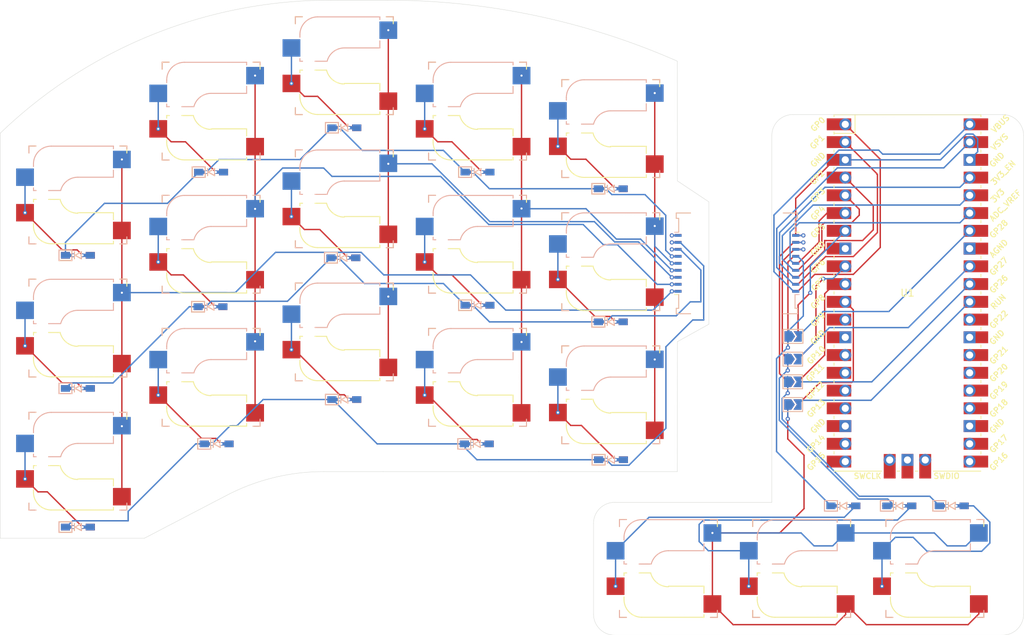
<source format=kicad_pcb>
(kicad_pcb (version 20241229) (generator "pcbnew") (generator_version "9.0")
  (title_block (title "Modulus"))
  (layers (0 "F.Cu" signal) (2 "B.Cu" signal) (13 "F.Paste" user) (15 "B.Paste" user) (5 "F.SilkS" user "F.Silkscreen") (7 "B.SilkS" user "B.Silkscreen") (1 "F.Mask" user) (3 "B.Mask" user) (25 "Edge.Cuts" user))
  (net 0 "")
  (net 1 "Net-(D1-A)")
  (net 2 "Row 1")
  (net 3 "Row 2")
  (net 4 "Net-(D2-A)")
  (net 5 "Row 3")
  (net 6 "Net-(D3-A)")
  (net 7 "Net-(D4-A)")
  (net 8 "Net-(D5-A)")
  (net 9 "Net-(D6-A)")
  (net 10 "Net-(D7-A)")
  (net 11 "Net-(D8-A)")
  (net 12 "Net-(D9-A)")
  (net 13 "Net-(D10-A)")
  (net 14 "Net-(D11-A)")
  (net 15 "Net-(D12-A)")
  (net 16 "Net-(D13-A)")
  (net 17 "Net-(D14-A)")
  (net 18 "Net-(D15-A)")
  (net 19 "Column 5")
  (net 20 "Column 3")
  (net 21 "Column 4")
  (net 22 "GND")
  (net 23 "Column 1")
  (net 24 "Column 2")
  (net 25 "Flip Main-Cluster Row 1")
  (net 26 "Net-(D16-A)")
  (net 27 "Flip Main-Cluster Row 2")
  (net 28 "Net-(D17-A)")
  (net 29 "Flip Main-Cluster Row 3")
  (net 30 "Net-(D18-A)")
  (net 31 "Main Column 5")
  (net 32 "Main Column 4")
  (net 33 "Main Column 3")
  (net 34 "Main Column 2")
  (net 35 "Main Column 1")
  (net 36 "Net-(JP7-A)")
  (net 37 "Main Row 1")
  (net 47 "Main Column 6")
  (net 48 "Main Row 3")
  (net 49 "Main Row 2")
  (net 50 "Net-(J1-Pin_9)")
  (net 65 "Flip Main Row 1")
  (net 66 "Flip Main Row 2")
  (net 67 "Flip Main Row 3")
  (net 68 "Flip Main Column 5")
  (net 69 "Flip Main Column 3")
  (net 70 "Flip Main Column 2")
  (net 71 "Flip Main Column 4")
  (net 72 "Flip Main Column 1")
  (net 73 "Flip Main Column 6")
  (footprint "Reversible2:D3_SMD" (layer "F.Cu") (at 106.3625 52.3875)
    (property "Reference" "D3" (hide yes))
    (property "Value" "D" (hide yes))
  )
  (footprint "Reversible:Kailh_socket_MX_reversible" (layer "F.Cu") (at 68.2625 62.00625)
    (property "Reference" "SW1" (hide yes))
    (property "Value" "SW_Push" (hide yes))
  )
  (footprint "Reversible:Kailh_socket_MX_reversible" (layer "F.Cu") (at 87.3125 50.00625)
    (property "Reference" "SW2" (hide yes))
    (property "Value" "SW_Push" (hide yes))
  )
  (footprint "Reversible2:D3_SMD" (layer "F.Cu") (at 144.4625 80.16875)
    (property "Reference" "D10" (hide yes))
    (property "Value" "D" (hide yes))
  )
  (footprint "Jumper:SolderJumper-2_P1.3mm_Open_TrianglePad1.0x1.5mm" (layer "F.Cu") (at 170.5 88.75)
    (property "Reference" "JP1" (hide yes))
    (property "Value" "SolderJumper_2_Open" (hide yes))
  )
  (footprint "Reversible2:D3_SMD" (layer "F.Cu") (at 88.10625 97.63125)
    (property "Reference" "D12" (hide yes))
    (property "Value" "D" (hide yes))
  )
  (footprint "Connector_FFC-FPC:Molex_200528-0090_1x09-1MP_P1.00mm_Horizontal" (layer "F.Cu") (at 170 71.8 -90)
    (property "Reference" "J4" (hide yes))
    (property "Value" "Conn_01x09" (hide yes))
  )
  (footprint "Reversible2:D3_SMD" (layer "F.Cu") (at 144.4625 61.11875)
    (property "Reference" "D5" (hide yes))
    (property "Value" "D" (hide yes))
  )
  (footprint "Reversible:Kailh_socket_MX_reversible" (layer "F.Cu") (at 125.4125 50.00625)
    (property "Reference" "SW4" (hide yes))
    (property "Value" "SW_Push" (hide yes))
  )
  (footprint "Reversible2:D3_SMD" (layer "F.Cu") (at 185.725 106.5)
    (property "Reference" "D17" (hide yes))
    (property "Value" "D" (hide yes))
  )
  (footprint "Reversible2:D3_SMD" (layer "F.Cu") (at 87.3125 58.7375)
    (property "Reference" "D2" (hide yes))
    (property "Value" "D" (hide yes))
  )
  (footprint "Reversible2:D3_SMD" (layer "F.Cu") (at 68.2625 70.64375)
    (property "Reference" "D1" (hide yes))
    (property "Value" "D" (hide yes))
  )
  (footprint "Reversible:Kailh_socket_MX_reversible" (layer "F.Cu") (at 171.76 115.46)
    (property "Reference" "SW17" (hide yes))
    (property "Value" "SW_Push" (hide yes))
  )
  (footprint "Jumper:SolderJumper-2_P1.3mm_Open_TrianglePad1.0x1.5mm" (layer "F.Cu") (at 170.5 92)
    (property "Reference" "JP8" (hide yes))
    (property "Value" "SolderJumper_2_Open" (hide yes))
  )
  (footprint "Jumper:SolderJumper-2_P1.3mm_Open_TrianglePad1.0x1.5mm" (layer "F.Cu") (at 170.525 82.25)
    (property "Reference" "JP6" (hide yes))
    (property "Value" "SolderJumper_2_Open" (hide yes))
  )
  (footprint "Reversible:Kailh_socket_MX_reversible" (layer "F.Cu") (at 87.3125 69.05625)
    (property "Reference" "SW7" (hide yes))
    (property "Value" "SW_Push" (hide yes))
  )
  (footprint "Reversible2:D3_SMD" (layer "F.Cu") (at 87.225 78)
    (property "Reference" "D7" (hide yes))
    (property "Value" "D" (hide yes))
  )
  (footprint "Reversible:Kailh_socket_MX_reversible" (layer "F.Cu") (at 125.4125 88.10625)
    (property "Reference" "SW14" (hide yes))
    (property "Value" "SW_Push" (hide yes))
  )
  (footprint "Reversible:Kailh_socket_MX_reversible" (layer "F.Cu") (at 87.3125 88.10625)
    (property "Reference" "SW12" (hide yes))
    (property "Value" "SW_Push" (hide yes))
  )
  (footprint "Reversible:Kailh_socket_MX_reversible" (layer "F.Cu") (at 125.4125 69.05625)
    (property "Reference" "SW9" (hide yes))
    (property "Value" "SW_Push" (hide yes))
  )
  (footprint "MountingHole:MountingHole_2.2mm_M2" (layer "F.Cu") (at 74 45)
    (property "Reference" "REF**" (hide yes))
    (property "Value" "MountingHole_2.2mm_M2" (hide yes))
  )
  (footprint "Reversible:Kailh_socket_MX_reversible" (layer "F.Cu") (at 144.4625 52.50625)
    (property "Reference" "SW5" (hide yes))
    (property "Value" "SW_Push" (hide yes))
  )
  (footprint "Reversible2:D3_SMD" (layer "F.Cu") (at 68.2625 89.69375)
    (property "Reference" "D6" (hide yes))
    (property "Value" "D" (hide yes))
  )
  (footprint "Reversible:Kailh_socket_MX_reversible" (layer "F.Cu") (at 68.2625 100.10625)
    (property "Reference" "SW11" (hide yes))
    (property "Value" "SW_Push" (hide yes))
  )
  (footprint "Reversible:Kailh_socket_MX_reversible" (layer "F.Cu") (at 152.71 115.46)
    (property "Reference" "SW16" (hide yes))
    (property "Value" "SW_Push" (hide yes))
  )
  (footprint "Reversible:Kailh_socket_MX_reversible" (layer "F.Cu") (at 190.81 115.46)
    (property "Reference" "SW18" (hide yes))
    (property "Value" "SW_Push" (hide yes))
  )
  (footprint "Reversible:Kailh_socket_MX_reversible" (layer "F.Cu") (at 106.3625 62.55625)
    (property "Reference" "SW8" (hide yes))
    (property "Value" "SW_Push" (hide yes))
  )
  (footprint "MountingHole:MountingHole_2.2mm_M2" (layer "F.Cu") (at 80 106.5)
    (property "Reference" "REF**" (hide yes))
    (property "Value" "MountingHole_2.2mm_M2" (hide yes))
  )
  (footprint "Reversible2:D3_SMD" (layer "F.Cu") (at 106.3625 91.28125)
    (property "Reference" "D13" (hide yes))
    (property "Value" "D" (hide yes))
  )
  (footprint "Reversible2:D3_SMD" (layer "F.Cu") (at 125.4125 77.7875)
    (property "Reference" "D9" (hide yes))
    (property "Value" "D" (hide yes))
  )
  (footprint "Reversible:Kailh_socket_MX_reversible" (layer "F.Cu") (at 68.2625 81.05625)
    (property "Reference" "SW6" (hide yes))
    (property "Value" "SW_Push" (hide yes))
  )
  (footprint "Reversible2:D3_SMD" (layer "F.Cu") (at 68.2625 109.5375)
    (property "Reference" "D11" (hide yes))
    (property "Value" "D" (hide yes))
  )
  (footprint "Reversible2:D3_SMD" (layer "F.Cu") (at 177.725 106.5)
    (property "Reference" "D16" (hide yes))
    (property "Value" "D" (hide yes))
  )
  (footprint "MountingHole:MountingHole_2.2mm_M2" (layer "F.Cu") (at 200.5 105)
    (property "Reference" "REF**" (hide yes))
    (property "Value" "MountingHole_2.2mm_M2" (hide yes))
  )
  (footprint "Reversible2:D3_SMD" (layer "F.Cu") (at 106.225 71)
    (property "Reference" "D8" (hide yes))
    (property "Value" "D" (hide yes))
  )
  (footprint "Reversible:Kailh_socket_MX_reversible" (layer "F.Cu") (at 106.3625 81.60625)
    (property "Reference" "SW13" (hide yes))
    (property "Value" "SW_Push" (hide yes))
  )
  (footprint "MountingHole:MountingHole_2.2mm_M2" (layer "F.Cu") (at 137 40.5)
    (property "Reference" "REF**" (hide yes))
    (property "Value" "MountingHole_2.2mm_M2" (hide yes))
  )
  (footprint "Reversible:Kailh_socket_MX_reversible" (layer "F.Cu") (at 144.4625 71.55625)
    (property "Reference" "SW10" (hide yes))
    (property "Value" "SW_Push" (hide yes))
  )
  (footprint "Reversible:Kailh_socket_MX_reversible" (layer "F.Cu") (at 144.4625 90.60625)
    (property "Reference" "SW15" (hide yes))
    (property "Value" "SW_Push" (hide yes))
  )
  (footprint "Reversible2:D3_SMD" (layer "F.Cu") (at 193.225 106.5)
    (property "Reference" "D18" (hide yes))
    (property "Value" "D" (hide yes))
  )
  (footprint "Connector_FFC-FPC:Molex_200528-0090_1x09-1MP_P1.00mm_Horizontal" (layer "F.Cu") (at 155 71.8 90)
    (property "Reference" "J1" (hide yes))
    (property "Value" "Conn_01x09" (hide yes))
  )
  (footprint "RaspberryPiPico:RPi_Pico_SMD_TH" (layer "F.Cu") (at 186.89 76.03)
    (property "Reference" "U1")
    (property "Value" "Pico")
  )
  (footprint "Reversible2:D3_SMD" (layer "F.Cu") (at 125.3 97.63125)
    (property "Reference" "D14" (hide yes))
    (property "Value" "D" (hide yes))
  )
  (footprint "MountingHole:MountingHole_2.2mm_M2" (layer "F.Cu") (at 170.5 53.5)
    (property "Reference" "REF**" (hide yes))
    (property "Value" "MountingHole_2.2mm_M2" (hide yes))
  )
  (footprint "Jumper:SolderJumper-2_P1.3mm_Open_TrianglePad1.0x1.5mm" (layer "F.Cu") (at 170.5 85.5)
    (property "Reference" "JP3" (hide yes))
    (property "Value" "SolderJumper_2_Open" (hide yes))
  )
  (footprint "Reversible:Kailh_socket_MX_reversible" (layer "F.Cu") (at 106.3625 43.50625)
    (property "Reference" "SW3" (hide yes))
    (property "Value" "SW_Push" (hide yes))
  )
  (footprint "Reversible2:D3_SMD" (layer "F.Cu") (at 144.5 99.9)
    (property "Reference" "D15" (hide yes))
    (property "Value" "D" (hide yes))
  )
  (footprint "Reversible2:D3_SMD" (layer "F.Cu") (at 125.4125 58.7375)
    (property "Reference" "D4" (hide yes))
    (property "Value" "D" (hide yes))
  )
  (footprint "Connector_FFC-FPC:Molex_200528-0090_1x09-1MP_P1.00mm_Horizontal" (layer "B.Cu") (at 155 71.8 -90)
    (property "Reference" "J2" (hide yes))
    (property "Value" "Conn_01x09" (hide yes))
  )
  (footprint "Jumper:SolderJumper-2_P1.3mm_Open_TrianglePad1.0x1.5mm" (layer "B.Cu") (at 170.5 85.5)
    (property "Reference" "JP4" (hide yes))
    (property "Value" "SolderJumper_2_Open" (hide yes))
  )
  (footprint "Jumper:SolderJumper-2_P1.3mm_Open_TrianglePad1.0x1.5mm" (layer "B.Cu") (at 170.55 82.25)
    (property "Reference" "JP5" (hide yes))
    (property "Value" "SolderJumper_2_Open" (hide yes))
  )
  (footprint "Connector_FFC-FPC:Molex_200528-0090_1x09-1MP_P1.00mm_Horizontal" (layer "B.Cu") (at 170 71.8 90)
    (property "Reference" "J5" (hide yes))
    (property "Value" "Conn_01x09" (hide yes))
  )
  (footprint "Jumper:SolderJumper-2_P1.3mm_Open_TrianglePad1.0x1.5mm" (layer "B.Cu") (at 170.5 92)
    (property "Reference" "JP7" (hide yes))
    (property "Value" "SolderJumper_2_Open" (hide yes))
  )
  (footprint "Jumper:SolderJumper-2_P1.3mm_Open_TrianglePad1.0x1.5mm" (layer "B.Cu") (at 170.475 88.75)
    (property "Reference" "JP2" (hide yes))
    (property "Value" "SolderJumper_2_Open" (hide yes))
  )
  (gr_arc (start 145 125) (mid 142.87868 124.12132) (end 142 122) (stroke (width 0.05)) (layer "Edge.Cuts"))
  (gr_line (start 167.5 53.5) (end 167.5 106) (stroke (width 0.05)) (layer "Edge.Cuts"))
  (gr_line (start 105.56875 34.13125) (end 112.485654 34.13125) (stroke (width 0.05)) (layer "Edge.Cuts"))
  (gr_line (start 158.5 63) (end 158.5 80.5) (stroke (width 0.05)) (layer "Edge.Cuts"))
  (gr_line (start 134.14375 101.6) (end 111.91875 101.6) (stroke (width 0.05)) (layer "Edge.Cuts"))
  (gr_arc (start 200.5 50.5) (mid 202.62132 51.37868) (end 203.5 53.5) (stroke (width 0.05)) (layer "Edge.Cuts"))
  (gr_line (start 145 125) (end 200.5 125) (stroke (width 0.05)) (layer "Edge.Cuts"))
  (gr_arc (start 203.5 122) (mid 202.62132 124.12132) (end 200.5 125) (stroke (width 0.05)) (layer "Edge.Cuts"))
  (gr_line (start 154 60) (end 153.9875 42.8625) (stroke (width 0.05)) (layer "Edge.Cuts"))
  (gr_arc (start 57.15 53.18125) (mid 78.900757 39.07322) (end 104.35085 34.131086) (stroke (width 0.05)) (layer "Edge.Cuts"))
  (gr_line (start 142 109) (end 142 122) (stroke (width 0.05)) (layer "Edge.Cuts"))
  (gr_line (start 203.5 122) (end 203.5 53.5) (stroke (width 0.05)) (layer "Edge.Cuts"))
  (gr_line (start 200.5 50.5) (end 170.5 50.5) (stroke (width 0.05)) (layer "Edge.Cuts"))
  (gr_arc (start 142 109) (mid 142.87868 106.87868) (end 145 106) (stroke (width 0.05)) (layer "Edge.Cuts"))
  (gr_line (start 111.91875 101.6) (end 103.399359 101.6) (stroke (width 0.05)) (layer "Edge.Cuts"))
  (gr_line (start 154 83) (end 153.9875 101.6) (stroke (width 0.05)) (layer "Edge.Cuts"))
  (gr_line (start 105.56875 34.13125) (end 104.35085 34.13125) (stroke (width 0.05)) (layer "Edge.Cuts"))
  (gr_line (start 89.522379 105.002455) (end 77.7875 111.125) (stroke (width 0.05)) (layer "Edge.Cuts"))
  (gr_line (start 154 60) (end 158.5 63) (stroke (width 0.05)) (layer "Edge.Cuts"))
  (gr_line (start 167.5 106) (end 145 106) (stroke (width 0.05)) (layer "Edge.Cuts"))
  (gr_arc (start 112.485654 34.131248) (mid 133.69083 36.337694) (end 153.9875 42.8625) (stroke (width 0.05)) (layer "Edge.Cuts"))
  (gr_line (start 77.7875 111.125) (end 57.15 111.125) (stroke (width 0.05)) (layer "Edge.Cuts"))
  (gr_line (start 57.15 111.125) (end 57.15 53.18125) (stroke (width 0.05)) (layer "Edge.Cuts"))
  (gr_arc (start 167.5 53.5) (mid 168.37868 51.37868) (end 170.5 50.5) (stroke (width 0.05)) (layer "Edge.Cuts"))
  (gr_arc (start 89.522388 105.002471) (mid 96.255357 102.463036) (end 103.399359 101.6) (stroke (width 0.05)) (layer "Edge.Cuts"))
  (gr_line (start 153.9875 101.6) (end 134.14375 101.6) (stroke (width 0.05)) (layer "Edge.Cuts"))
  (gr_line (start 158.5 80.5) (end 154 83) (stroke (width 0.05)) (layer "Edge.Cuts"))
  (segment (start 60.7025 64.54625) (end 66.02 69.86375) (width 0.2) (layer "F.Cu") (net 1))
  (segment (start 66.02 69.86375) (end 68.1567 69.86375) (width 0.2) (layer "F.Cu") (net 1))
  (segment (start 68.1567 69.86375) (end 68.9371 70.64415) (width 0.2) (layer "F.Cu") (net 1))
  (via (at 60.7025 64.54625) (size 0.6) (drill 0.3) (layers "F.Cu" "B.Cu") (net 1))
  (segment (start 60.7025 59.46625) (end 60.7025 64.54625) (width 0.2) (layer "B.Cu") (net 1))
  (segment (start 154.09 70.8) (end 153.2 70.8) (width 0.2) (layer "F.Cu") (net 2))
  (via (at 153.2 70.8) (size 0.6) (drill 0.3) (layers "F.Cu" "B.Cu") (net 2))
  (segment (start 152.3275 69.9275) (end 152.3275 64.92625) (width 0.2) (layer "B.Cu") (net 2))
  (segment (start 105.6879 52.3875) (end 108.92665 55.62625) (width 0.2) (layer "B.Cu") (net 2))
  (segment (start 81.06785 63.20715) (end 85.5375 58.7375) (width 0.2) (layer "B.Cu") (net 2))
  (segment (start 100.03875 56.93625) (end 104.5875 52.3875) (width 0.2) (layer "B.Cu") (net 2))
  (segment (start 120.52625 55.62625) (end 123.6375 58.7375) (width 0.2) (layer "B.Cu") (net 2))
  (segment (start 124.7379 58.7375) (end 127.11915 61.11875) (width 0.2) (layer "B.Cu") (net 2))
  (segment (start 149.35125 61.95) (end 144.61915 61.95) (width 0.2) (layer "B.Cu") (net 2))
  (segment (start 127.11915 61.11875) (end 142.6875 61.11875) (width 0.2) (layer "B.Cu") (net 2))
  (segment (start 144.61915 61.95) (end 143.7879 61.11875) (width 0.2) (layer "B.Cu") (net 2))
  (segment (start 152.3275 64.92625) (end 149.35125 61.95) (width 0.2) (layer "B.Cu") (net 2))
  (segment (start 72.065305 63.20715) (end 81.06785 63.20715) (width 0.2) (layer "B.Cu") (net 2))
  (segment (start 66.4875 68.784955) (end 72.065305 63.20715) (width 0.2) (layer "B.Cu") (net 2))
  (segment (start 86.6379 58.7375) (end 88.43915 56.93625) (width 0.2) (layer "B.Cu") (net 2))
  (segment (start 88.43915 56.93625) (end 100.03875 56.93625) (width 0.2) (layer "B.Cu") (net 2))
  (segment (start 153.2 70.8) (end 152.3275 69.9275) (width 0.2) (layer "B.Cu") (net 2))
  (segment (start 108.92665 55.62625) (end 120.52625 55.62625) (width 0.2) (layer "B.Cu") (net 2))
  (segment (start 66.4875 70.64375) (end 66.4875 68.784955) (width 0.2) (layer "B.Cu") (net 2))
  (segment (start 153.2 70.8) (end 154.09 70.8) (width 0.2) (layer "B.Cu") (net 2))
  (segment (start 154.09 69.8) (end 153.2 69.8) (width 0.2) (layer "F.Cu") (net 3))
  (via (at 153.2 69.8) (size 0.6) (drill 0.3) (layers "F.Cu" "B.Cu") (net 3))
  (segment (start 143.7879 80.16875) (end 144.65665 79.3) (width 0.2) (layer "B.Cu") (net 3))
  (segment (start 84.19375 78) (end 85.45 78) (width 0.2) (layer "B.Cu") (net 3))
  (segment (start 98.23 77.22) (end 104.45 71) (width 0.2) (layer "B.Cu") (net 3))
  (segment (start 73.28 88.91375) (end 84.19375 78) (width 0.2) (layer "B.Cu") (net 3))
  (segment (start 157.349113 72.759113) (end 154.39 69.8) (width 0.2) (layer "B.Cu") (net 3))
  (segment (start 157.349113 77.3) (end 157.349113 72.759113) (width 0.2) (layer "B.Cu") (net 3))
  (segment (start 67.2675 88.91375) (end 73.28 88.91375) (width 0.2) (layer "B.Cu") (net 3))
  (segment (start 66.4875 89.69375) (end 67.2675 88.91375) (width 0.2) (layer "B.Cu") (net 3))
  (segment (start 144.65665 79.3) (end 153.84 79.3) (width 0.2) (layer "B.Cu") (net 3))
  (segment (start 109.22665 74.67625) (end 120.52625 74.67625) (width 0.2) (layer "B.Cu") (net 3))
  (segment (start 124.7379 77.7875) (end 127.11915 80.16875) (width 0.2) (layer "B.Cu") (net 3))
  (segment (start 87.3304 77.22) (end 98.23 77.22) (width 0.2) (layer "B.Cu") (net 3))
  (segment (start 153.84 79.3) (end 155.84 77.3) (width 0.2) (layer "B.Cu") (net 3))
  (segment (start 120.52625 74.67625) (end 123.6375 77.7875) (width 0.2) (layer "B.Cu") (net 3))
  (segment (start 155.84 77.3) (end 157.349113 77.3) (width 0.2) (layer "B.Cu") (net 3))
  (segment (start 105.5504 71) (end 109.22665 74.67625) (width 0.2) (layer "B.Cu") (net 3))
  (segment (start 86.5504 78) (end 87.3304 77.22) (width 0.2) (layer "B.Cu") (net 3))
  (segment (start 127.11915 80.16875) (end 142.6875 80.16875) (width 0.2) (layer "B.Cu") (net 3))
  (segment (start 154.39 69.8) (end 154.09 69.8) (width 0.2) (layer "B.Cu") (net 3))
  (segment (start 153.2 69.8) (end 154.09 69.8) (width 0.2) (layer "B.Cu") (net 3))
  (segment (start 81.6025 54.39625) (end 83.64545 54.39625) (width 0.2) (layer "F.Cu") (net 4))
  (segment (start 79.7525 52.54625) (end 81.6025 54.39625) (width 0.2) (layer "F.Cu") (net 4))
  (segment (start 83.64545 54.39625) (end 87.9871 58.7379) (width 0.2) (layer "F.Cu") (net 4))
  (via (at 79.7525 52.54625) (size 0.6) (drill 0.3) (layers "F.Cu" "B.Cu") (net 4))
  (segment (start 79.7525 47.46625) (end 79.7525 52.54625) (width 0.2) (layer "B.Cu") (net 4))
  (segment (start 154.09 68.8) (end 153.2 68.8) (width 0.2) (layer "F.Cu") (net 5))
  (via (at 153.2 68.8) (size 0.6) (drill 0.3) (layers "F.Cu" "B.Cu") (net 5))
  (segment (start 75.45 107.292284) (end 85.111034 97.63125) (width 0.2) (layer "B.Cu") (net 5))
  (segment (start 125.31875 99.9) (end 142.85 99.9) (width 0.2) (layer "B.Cu") (net 5))
  (segment (start 154.39 68.8) (end 154.09 68.8) (width 0.2) (layer "B.Cu") (net 5))
  (segment (start 111.0625 97.63125) (end 123.65 97.63125) (width 0.2) (layer "B.Cu") (net 5))
  (segment (start 143.8254 99.9) (end 144.6054 100.68) (width 0.2) (layer "B.Cu") (net 5))
  (segment (start 157.749113 72.159113) (end 154.39 68.8) (width 0.2) (layer "B.Cu") (net 5))
  (segment (start 156.181563 79.9) (end 157.74 79.9) (width 0.2) (layer "B.Cu") (net 5))
  (segment (start 94.757554 91.28125) (end 91.002554 95.03625) (width 0.2) (layer "B.Cu") (net 5))
  (segment (start 67.5125 108.6375) (end 75.45 108.6375) (width 0.2) (layer "B.Cu") (net 5))
  (segment (start 104.7125 91.28125) (end 111.0625 97.63125) (width 0.2) (layer "B.Cu") (net 5))
  (segment (start 152.35 95.4) (end 152.35 83.731563) (width 0.2) (layer "B.Cu") (net 5))
  (segment (start 157.749113 79.890887) (end 157.749113 72.159113) (width 0.2) (layer "B.Cu") (net 5))
  (segment (start 157.74 79.9) (end 157.749113 79.890887) (width 0.2) (layer "B.Cu") (net 5))
  (segment (start 75.45 108.6375) (end 75.45 107.292284) (width 0.2) (layer "B.Cu") (net 5))
  (segment (start 91.002554 95.03625) (end 90.02665 95.03625) (width 0.2) (layer "B.Cu") (net 5))
  (segment (start 66.6125 109.5375) (end 67.5125 108.6375) (width 0.2) (layer "B.Cu") (net 5))
  (segment (start 147.07 100.68) (end 152.35 95.4) (width 0.2) (layer "B.Cu") (net 5))
  (segment (start 153.2 68.8) (end 154.09 68.8) (width 0.2) (layer "B.Cu") (net 5))
  (segment (start 144.6054 100.68) (end 147.07 100.68) (width 0.2) (layer "B.Cu") (net 5))
  (segment (start 123.65 97.63125) (end 123.65 98.23125) (width 0.2) (layer "B.Cu") (net 5))
  (segment (start 123.65 98.23125) (end 125.31875 99.9) (width 0.2) (layer "B.Cu") (net 5))
  (segment (start 152.35 83.731563) (end 156.181563 79.9) (width 0.2) (layer "B.Cu") (net 5))
  (segment (start 90.02665 95.03625) (end 87.43165 97.63125) (width 0.2) (layer "B.Cu") (net 5))
  (segment (start 94.757554 91.28125) (end 104.7125 91.28125) (width 0.2) (layer "B.Cu") (net 5))
  (segment (start 85.111034 97.63125) (end 86.33125 97.63125) (width 0.2) (layer "B.Cu") (net 5))
  (segment (start 100.6525 47.89625) (end 102.54545 47.89625) (width 0.2) (layer "F.Cu") (net 6))
  (segment (start 102.54545 47.89625) (end 107.0371 52.3879) (width 0.2) (layer "F.Cu") (net 6))
  (segment (start 98.8025 46.04625) (end 100.6525 47.89625) (width 0.2) (layer "F.Cu") (net 6))
  (via (at 98.8025 46.04625) (size 0.6) (drill 0.3) (layers "F.Cu" "B.Cu") (net 6))
  (segment (start 98.8025 40.96625) (end 98.8025 46.04625) (width 0.2) (layer "B.Cu") (net 6))
  (segment (start 119.7025 54.39625) (end 121.74545 54.39625) (width 0.2) (layer "F.Cu") (net 7))
  (segment (start 121.74545 54.39625) (end 126.0871 58.7379) (width 0.2) (layer "F.Cu") (net 7))
  (segment (start 117.8525 52.54625) (end 119.7025 54.39625) (width 0.2) (layer "F.Cu") (net 7))
  (via (at 117.8525 52.54625) (size 0.6) (drill 0.3) (layers "F.Cu" "B.Cu") (net 7))
  (segment (start 117.8525 47.46625) (end 117.8525 52.54625) (width 0.2) (layer "B.Cu") (net 7))
  (segment (start 138.7525 56.89625) (end 140.9142 56.89625) (width 0.2) (layer "F.Cu") (net 8))
  (segment (start 140.9142 56.89625) (end 145.1371 61.11915) (width 0.2) (layer "F.Cu") (net 8))
  (segment (start 136.9025 55.04625) (end 138.7525 56.89625) (width 0.2) (layer "F.Cu") (net 8))
  (via (at 136.9025 55.04625) (size 0.6) (drill 0.3) (layers "F.Cu" "B.Cu") (net 8))
  (segment (start 136.9025 49.96625) (end 136.9025 55.04625) (width 0.2) (layer "B.Cu") (net 8))
  (segment (start 66.02 88.91375) (end 68.1567 88.91375) (width 0.2) (layer "F.Cu") (net 9))
  (segment (start 60.7025 83.59625) (end 66.02 88.91375) (width 0.2) (layer "F.Cu") (net 9))
  (segment (start 68.1567 88.91375) (end 68.9371 89.69415) (width 0.2) (layer "F.Cu") (net 9))
  (via (at 60.7025 83.59625) (size 0.6) (drill 0.3) (layers "F.Cu" "B.Cu") (net 9))
  (segment (start 60.7025 78.51625) (end 60.7025 83.59625) (width 0.2) (layer "B.Cu") (net 9))
  (segment (start 79.7525 71.59625) (end 81.6025 73.44625) (width 0.2) (layer "F.Cu") (net 10))
  (segment (start 81.6025 73.44625) (end 83.34545 73.44625) (width 0.2) (layer "F.Cu") (net 10))
  (segment (start 83.34545 73.44625) (end 87.8996 78.0004) (width 0.2) (layer "F.Cu") (net 10))
  (via (at 79.7525 71.59625) (size 0.6) (drill 0.3) (layers "F.Cu" "B.Cu") (net 10))
  (segment (start 79.7525 66.51625) (end 79.7525 71.59625) (width 0.2) (layer "B.Cu") (net 10))
  (segment (start 100.6525 66.94625) (end 102.84545 66.94625) (width 0.2) (layer "F.Cu") (net 11))
  (segment (start 98.8025 65.09625) (end 100.6525 66.94625) (width 0.2) (layer "F.Cu") (net 11))
  (segment (start 102.84545 66.94625) (end 106.8996 71.0004) (width 0.2) (layer "F.Cu") (net 11))
  (via (at 98.8025 65.09625) (size 0.6) (drill 0.3) (layers "F.Cu" "B.Cu") (net 11))
  (segment (start 98.8025 60.01625) (end 98.8025 65.09625) (width 0.2) (layer "B.Cu") (net 11))
  (segment (start 117.8525 71.59625) (end 119.7025 73.44625) (width 0.2) (layer "F.Cu") (net 12))
  (segment (start 119.7025 73.44625) (end 121.74545 73.44625) (width 0.2) (layer "F.Cu") (net 12))
  (segment (start 121.74545 73.44625) (end 126.0871 77.7879) (width 0.2) (layer "F.Cu") (net 12))
  (via (at 117.8525 71.59625) (size 0.6) (drill 0.3) (layers "F.Cu" "B.Cu") (net 12))
  (segment (start 117.8525 66.51625) (end 117.8525 71.59625) (width 0.2) (layer "B.Cu") (net 12))
  (segment (start 142.195 79.38875) (end 144.3567 79.38875) (width 0.2) (layer "F.Cu") (net 13))
  (segment (start 136.9025 74.09625) (end 142.195 79.38875) (width 0.2) (layer "F.Cu") (net 13))
  (segment (start 144.3567 79.38875) (end 145.1371 80.16915) (width 0.2) (layer "F.Cu") (net 13))
  (via (at 136.9025 74.09625) (size 0.6) (drill 0.3) (layers "F.Cu" "B.Cu") (net 13))
  (segment (start 136.9025 69.01625) (end 136.9025 74.09625) (width 0.2) (layer "B.Cu") (net 13))
  (segment (start 60.7025 102.64625) (end 61.444204 102.64625) (width 0.2) (layer "F.Cu") (net 14))
  (segment (start 63.89545 104.49625) (end 68.9371 109.5379) (width 0.2) (layer "F.Cu") (net 14))
  (segment (start 62.5525 104.49625) (end 63.89545 104.49625) (width 0.2) (layer "F.Cu") (net 14))
  (segment (start 60.7025 102.64625) (end 62.5525 104.49625) (width 0.2) (layer "F.Cu") (net 14))
  (via (at 60.7025 102.64625) (size 0.6) (drill 0.3) (layers "F.Cu" "B.Cu") (net 14))
  (segment (start 60.7025 97.56625) (end 60.7025 102.64625) (width 0.2) (layer "B.Cu") (net 14))
  (segment (start 88.00045 96.85125) (end 88.78085 97.63165) (width 0.2) (layer "F.Cu") (net 15))
  (segment (start 79.7525 90.64625) (end 85.9575 96.85125) (width 0.2) (layer "F.Cu") (net 15))
  (segment (start 85.9575 96.85125) (end 88.00045 96.85125) (width 0.2) (layer "F.Cu") (net 15))
  (via (at 79.7525 90.64625) (size 0.6) (drill 0.3) (layers "F.Cu" "B.Cu") (net 15))
  (segment (start 79.7525 85.56625) (end 79.7525 90.64625) (width 0.2) (layer "B.Cu") (net 15))
  (segment (start 106.35545 90.6) (end 107.0371 91.28165) (width 0.2) (layer "F.Cu") (net 16))
  (segment (start 99.233478 84.14625) (end 105.687228 90.6) (width 0.2) (layer "F.Cu") (net 16))
  (segment (start 105.687228 90.6) (end 106.35545 90.6) (width 0.2) (layer "F.Cu") (net 16))
  (segment (start 98.8025 84.14625) (end 99.233478 84.14625) (width 0.2) (layer "F.Cu") (net 16))
  (via (at 98.8025 84.14625) (size 0.6) (drill 0.3) (layers "F.Cu" "B.Cu") (net 16))
  (segment (start 98.8025 79.06625) (end 98.8025 84.14625) (width 0.2) (layer "B.Cu") (net 16))
  (segment (start 124.674728 97) (end 125.34295 97) (width 0.2) (layer "F.Cu") (net 17))
  (segment (start 117.8525 90.64625) (end 118.320978 90.64625) (width 0.2) (layer "F.Cu") (net 17))
  (segment (start 125.34295 97) (end 125.9746 97.63165) (width 0.2) (layer "F.Cu") (net 17))
  (segment (start 118.320978 90.64625) (end 124.674728 97) (width 0.2) (layer "F.Cu") (net 17))
  (via (at 117.8525 90.64625) (size 0.6) (drill 0.3) (layers "F.Cu" "B.Cu") (net 17))
  (segment (start 117.8525 85.56625) (end 117.8525 90.64625) (width 0.2) (layer "B.Cu") (net 17))
  (segment (start 136.9025 93.14625) (end 138.7525 94.99625) (width 0.2) (layer "F.Cu") (net 18))
  (segment (start 140.27045 94.99625) (end 145.1746 99.9004) (width 0.2) (layer "F.Cu") (net 18))
  (segment (start 138.7525 94.99625) (end 140.27045 94.99625) (width 0.2) (layer "F.Cu") (net 18))
  (via (at 136.9025 93.14625) (size 0.6) (drill 0.3) (layers "F.Cu" "B.Cu") (net 18))
  (segment (start 136.9025 88.06625) (end 136.9025 93.14625) (width 0.2) (layer "B.Cu") (net 18))
  (segment (start 150.7525 57.58625) (end 150.7525 47.42625) (width 0.2) (layer "F.Cu") (net 19))
  (segment (start 150.7525 85.55) (end 150.7525 95.68625) (width 0.2) (layer "F.Cu") (net 19))
  (segment (start 150.7525 57.58625) (end 150.7525 66.45) (width 0.2) (layer "F.Cu") (net 19))
  (segment (start 154.09 71.8) (end 153.2 71.8) (width 0.2) (layer "F.Cu") (net 19))
  (segment (start 150.7525 66.45) (end 150.7525 76.63625) (width 0.2) (layer "F.Cu") (net 19))
  (segment (start 150.7525 76.63625) (end 150.7525 85.55) (width 0.2) (layer "F.Cu") (net 19))
  (via (at 150.7525 66.45) (size 0.6) (drill 0.3) (layers "F.Cu" "B.Cu") (net 19))
  (via (at 153.2 71.8) (size 0.6) (drill 0.3) (layers "F.Cu" "B.Cu") (net 19))
  (via (at 150.7525 85.55) (size 0.6) (drill 0.3) (layers "F.Cu" "B.Cu") (net 19))
  (via (at 150.7525 47.42625) (size 0.6) (drill 0.3) (layers "F.Cu" "B.Cu") (net 19))
  (segment (start 150.7525 69.3525) (end 150.7525 66.47625) (width 0.2) (layer "B.Cu") (net 19))
  (segment (start 153.2 71.8) (end 154.09 71.8) (width 0.2) (layer "B.Cu") (net 19))
  (segment (start 153.2 71.8) (end 150.7525 69.3525) (width 0.2) (layer "B.Cu") (net 19))
  (segment (start 112.6525 48.58625) (end 112.6525 57.55) (width 0.2) (layer "F.Cu") (net 20))
  (segment (start 112.6525 76.55) (end 112.6525 86.68625) (width 0.2) (layer "F.Cu") (net 20))
  (segment (start 112.6525 67.63625) (end 112.6525 76.55) (width 0.2) (layer "F.Cu") (net 20))
  (segment (start 154.09 73.8) (end 153.2 73.8) (width 0.2) (layer "F.Cu") (net 20))
  (segment (start 112.6525 57.55) (end 112.6525 67.63625) (width 0.2) (layer "F.Cu") (net 20))
  (segment (start 112.6525 48.58625) (end 112.6525 38.42625) (width 0.2) (layer "F.Cu") (net 20))
  (via (at 112.6525 76.55) (size 0.6) (drill 0.3) (layers "F.Cu" "B.Cu") (net 20))
  (via (at 153.2 73.8) (size 0.6) (drill 0.3) (layers "F.Cu" "B.Cu") (net 20))
  (via (at 112.6525 38.42625) (size 0.6) (drill 0.3) (layers "F.Cu" "B.Cu") (net 20))
  (via (at 112.6525 57.55) (size 0.6) (drill 0.3) (layers "F.Cu" "B.Cu") (net 20))
  (segment (start 127.17625 65.82625) (end 142.114171 65.82625) (width 0.2) (layer "B.Cu") (net 20))
  (segment (start 148.42625 68.72625) (end 150.7434 71.0434) (width 0.2) (layer "B.Cu") (net 20))
  (segment (start 142.114171 65.82625) (end 145.014171 68.72625) (width 0.2) (layer "B.Cu") (net 20))
  (segment (start 153.2 73.8) (end 154.09 73.8) (width 0.2) (layer "B.Cu") (net 20))
  (segment (start 118.9 57.55) (end 127.17625 65.82625) (width 0.2) (layer "B.Cu") (net 20))
  (segment (start 150.7434 71.3434) (end 153.2 73.8) (width 0.2) (layer "B.Cu") (net 20))
  (segment (start 112.6525 57.55) (end 118.9 57.55) (width 0.2) (layer "B.Cu") (net 20))
  (segment (start 145.014171 68.72625) (end 148.42625 68.72625) (width 0.2) (layer "B.Cu") (net 20))
  (segment (start 150.7434 71.0434) (end 150.7434 71.3434) (width 0.2) (layer "B.Cu") (net 20))
  (segment (start 131.7025 63.95) (end 131.7025 74.13625) (width 0.2) (layer "F.Cu") (net 21))
  (segment (start 131.7025 83.05) (end 131.7025 93.18625) (width 0.2) (layer "F.Cu") (net 21))
  (segment (start 131.7025 55.08625) (end 131.7025 44.92625) (width 0.2) (layer "F.Cu") (net 21))
  (segment (start 131.7025 74.13625) (end 131.7025 83.05) (width 0.2) (layer "F.Cu") (net 21))
  (segment (start 154.09 72.8) (end 153.2 72.8) (width 0.2) (layer "F.Cu") (net 21))
  (segment (start 131.7025 55.08625) (end 131.7025 63.95) (width 0.2) (layer "F.Cu") (net 21))
  (via (at 131.7025 44.92625) (size 0.6) (drill 0.3) (layers "F.Cu" "B.Cu") (net 21))
  (via (at 153.2 72.8) (size 0.6) (drill 0.3) (layers "F.Cu" "B.Cu") (net 21))
  (via (at 131.7025 83.05) (size 0.6) (drill 0.3) (layers "F.Cu" "B.Cu") (net 21))
  (via (at 131.7025 63.95) (size 0.6) (drill 0.3) (layers "F.Cu" "B.Cu") (net 21))
  (segment (start 153.2 72.8) (end 148.72625 68.32625) (width 0.2) (layer "B.Cu") (net 21))
  (segment (start 145.27625 68.32625) (end 140.92625 63.97625) (width 0.2) (layer "B.Cu") (net 21))
  (segment (start 140.92625 63.97625) (end 131.7025 63.97625) (width 0.2) (layer "B.Cu") (net 21))
  (segment (start 153.2 72.8) (end 154.09 72.8) (width 0.2) (layer "B.Cu") (net 21))
  (segment (start 148.72625 68.32625) (end 145.27625 68.32625) (width 0.2) (layer "B.Cu") (net 21))
  (segment (start 170.91 67.8) (end 172 67.8) (width 0.2) (layer "F.Cu") (net 22))
  (segment (start 170.91 62.51) (end 176.44 56.98) (width 0.2) (layer "F.Cu") (net 22))
  (segment (start 170.91 67.8) (end 170.91 62.51) (width 0.2) (layer "F.Cu") (net 22))
  (segment (start 176.44 56.98) (end 178 56.98) (width 0.2) (layer "F.Cu") (net 22))
  (via (at 172 67.8) (size 0.6) (drill 0.3) (layers "F.Cu" "B.Cu") (net 22))
  (segment (start 196.93 55.83) (end 195.78 56.98) (width 0.2) (layer "B.Cu") (net 22))
  (segment (start 196.256346 53.29) (end 196.93 53.963654) (width 0.2) (layer "B.Cu") (net 22))
  (segment (start 178 56.98) (end 191.613654 56.98) (width 0.2) (layer "B.Cu") (net 22))
  (segment (start 172 67.8) (end 170.91 67.8) (width 0.2) (layer "B.Cu") (net 22))
  (segment (start 195.303654 53.29) (end 196.256346 53.29) (width 0.2) (layer "B.Cu") (net 22))
  (segment (start 196.93 53.963654) (end 196.93 55.83) (width 0.2) (layer "B.Cu") (net 22))
  (segment (start 191.613654 56.98) (end 195.303654 53.29) (width 0.2) (layer "B.Cu") (net 22))
  (segment (start 74.5525 67.08625) (end 74.5525 56.92625) (width 0.2) (layer "F.Cu") (net 23))
  (segment (start 74.5525 67.08625) (end 74.5525 76) (width 0.2) (layer "F.Cu") (net 23))
  (segment (start 74.5525 86.13625) (end 74.5525 95.1) (width 0.2) (layer "F.Cu") (net 23))
  (segment (start 74.5525 76) (end 74.5525 86.13625) (width 0.2) (layer "F.Cu") (net 23))
  (segment (start 154.09 75.8) (end 153.2 75.8) (width 0.2) (layer "F.Cu") (net 23))
  (segment (start 74.5525 95.1) (end 74.5525 105.18625) (width 0.2) (layer "F.Cu") (net 23))
  (via (at 74.5525 95.1) (size 0.6) (drill 0.3) (layers "F.Cu" "B.Cu") (net 23))
  (via (at 74.5525 56.92625) (size 0.6) (drill 0.3) (layers "F.Cu" "B.Cu") (net 23))
  (via (at 74.5525 76) (size 0.6) (drill 0.3) (layers "F.Cu" "B.Cu") (net 23))
  (via (at 153.2 75.8) (size 0.6) (drill 0.3) (layers "F.Cu" "B.Cu") (net 23))
  (segment (start 153.2 75.8) (end 150.51375 78.48625) (width 0.2) (layer "B.Cu") (net 23))
  (segment (start 129.442586 78.48625) (end 124.402586 73.44625) (width 0.2) (layer "B.Cu") (net 23))
  (segment (start 150.51375 78.48625) (end 129.442586 78.48625) (width 0.2) (layer "B.Cu") (net 23))
  (segment (start 90.76375 75.98625) (end 74.5625 75.98625) (width 0.2) (layer "B.Cu") (net 23))
  (segment (start 153.2 75.8) (end 154.09 75.8) (width 0.2) (layer "B.Cu") (net 23))
  (segment (start 96.53 70.22) (end 90.76375 75.98625) (width 0.2) (layer "B.Cu") (net 23))
  (segment (start 124.402586 73.44625) (end 112.002586 73.44625) (width 0.2) (layer "B.Cu") (net 23))
  (segment (start 108.776336 70.22) (end 96.53 70.22) (width 0.2) (layer "B.Cu") (net 23))
  (segment (start 112.002586 73.44625) (end 108.776336 70.22) (width 0.2) (layer "B.Cu") (net 23))
  (segment (start 74.5625 75.98625) (end 74.5525 75.97625) (width 0.2) (layer "B.Cu") (net 23))
  (segment (start 93.6025 82.95) (end 93.6025 93.18625) (width 0.2) (layer "F.Cu") (net 24))
  (segment (start 93.6025 55.08625) (end 93.6025 64) (width 0.2) (layer "F.Cu") (net 24))
  (segment (start 93.6025 55.08625) (end 93.6025 44.92625) (width 0.2) (layer "F.Cu") (net 24))
  (segment (start 93.6025 64) (end 93.6025 74.13625) (width 0.2) (layer "F.Cu") (net 24))
  (segment (start 154.09 74.8) (end 153.2 74.8) (width 0.2) (layer "F.Cu") (net 24))
  (segment (start 93.6025 74.13625) (end 93.6025 82.95) (width 0.2) (layer "F.Cu") (net 24))
  (via (at 93.6025 64) (size 0.6) (drill 0.3) (layers "F.Cu" "B.Cu") (net 24))
  (via (at 93.6025 44.92625) (size 0.6) (drill 0.3) (layers "F.Cu" "B.Cu") (net 24))
  (via (at 93.6025 82.95) (size 0.6) (drill 0.3) (layers "F.Cu" "B.Cu") (net 24))
  (via (at 153.2 74.8) (size 0.6) (drill 0.3) (layers "F.Cu" "B.Cu") (net 24))
  (segment (start 153.2 74.8) (end 151.087921 74.8) (width 0.2) (layer "B.Cu") (net 24))
  (segment (start 103.4 58.15) (end 97.54375 58.15) (width 0.2) (layer "B.Cu") (net 24))
  (segment (start 93.6025 62.09125) (end 93.6025 63.97625) (width 0.2) (layer "B.Cu") (net 24))
  (segment (start 151.087921 74.8) (end 145.414171 69.12625) (width 0.2) (layer "B.Cu") (net 24))
  (segment (start 97.54375 58.15) (end 93.6025 62.09125) (width 0.2) (layer "B.Cu") (net 24))
  (segment (start 145.414171 69.12625) (end 143.4 69.12625) (width 0.2) (layer "B.Cu") (net 24))
  (segment (start 120.134314 59.35) (end 104.6 59.35) (width 0.2) (layer "B.Cu") (net 24))
  (segment (start 143.4 69.12625) (end 140.5 66.22625) (width 0.2) (layer "B.Cu") (net 24))
  (segment (start 153.2 74.8) (end 154.09 74.8) (width 0.2) (layer "B.Cu") (net 24))
  (segment (start 104.6 59.35) (end 103.4 58.15) (width 0.2) (layer "B.Cu") (net 24))
  (segment (start 140.5 66.22625) (end 127.010564 66.22625) (width 0.2) (layer "B.Cu") (net 24))
  (segment (start 127.010564 66.22625) (end 120.134314 59.35) (width 0.2) (layer "B.Cu") (net 24))
  (segment (start 170.61 70.8) (end 170.91 70.8) (width 0.2) (layer "F.Cu") (net 25))
  (segment (start 169.8 71.61) (end 170.61 70.8) (width 0.2) (layer "F.Cu") (net 25))
  (segment (start 169.8 82.25) (end 169.8 83.85) (width 0.2) (layer "F.Cu") (net 25))
  (segment (start 169.8 82.25) (end 169.8 71.61) (width 0.2) (layer "F.Cu") (net 25))
  (via (at 169.8 83.85) (size 0.6) (drill 0.3) (layers "F.Cu" "B.Cu") (net 25))
  (segment (start 169.8 83.85) (end 169.743664 83.85) (width 0.2) (layer "B.Cu") (net 25))
  (segment (start 169.8 82.275) (end 169.825 82.25) (width 0.2) (layer "B.Cu") (net 25))
  (segment (start 172 71.59) (end 172 79.32) (width 0.2) (layer "B.Cu") (net 25))
  (segment (start 168.17 85.423664) (end 168.17 98.72) (width 0.2) (layer "B.Cu") (net 25))
  (segment (start 170.91 70.8) (end 171.21 70.8) (width 0.2) (layer "B.Cu") (net 25))
  (segment (start 175.95 106.5) (end 177.0504 106.5) (width 0.2) (layer "B.Cu") (net 25))
  (segment (start 171.21 70.8) (end 172 71.59) (width 0.2) (layer "B.Cu") (net 25))
  (segment (start 169.743664 83.85) (end 168.17 85.423664) (width 0.2) (layer "B.Cu") (net 25))
  (segment (start 172 79.32) (end 169.825 81.495) (width 0.2) (layer "B.Cu") (net 25))
  (segment (start 168.17 98.72) (end 175.95 106.5) (width 0.2) (layer "B.Cu") (net 25))
  (segment (start 169.825 81.495) (end 169.825 82.25) (width 0.2) (layer "B.Cu") (net 25))
  (segment (start 169.8 83.85) (end 169.8 82.275) (width 0.2) (layer "B.Cu") (net 25))
  (via (at 145.15 118) (size 0.6) (drill 0.3) (layers "F.Cu" "B.Cu") (net 26))
  (segment (start 179.5 106.5) (end 177.87 108.13) (width 0.2) (layer "B.Cu") (net 26))
  (segment (start 177.87 108.13) (end 149.94 108.13) (width 0.2) (layer "B.Cu") (net 26))
  (segment (start 145.15 112.92) (end 145.15 118) (width 0.2) (layer "B.Cu") (net 26))
  (segment (start 149.94 108.13) (end 145.15 112.92) (width 0.2) (layer "B.Cu") (net 26))
  (segment (start 172 69.8) (end 170.7 69.8) (width 0.2) (layer "F.Cu") (net 27))
  (segment (start 169.775 85.5) (end 169.775 87.125) (width 0.2) (layer "F.Cu") (net 27))
  (segment (start 172 69.8) (end 171.21 69.8) (width 0.2) (layer "F.Cu") (net 27))
  (segment (start 170.7 69.8) (end 168.995 71.505) (width 0.2) (layer "F.Cu") (net 27))
  (segment (start 168.995 71.505) (end 168.995 84.72) (width 0.2) (layer "F.Cu") (net 27))
  (segment (start 168.995 84.72) (end 169.775 85.5) (width 0.2) (layer "F.Cu") (net 27))
  (via (at 169.775 87.125) (size 0.6) (drill 0.3) (layers "F.Cu" "B.Cu") (net 27))
  (via (at 172 69.8) (size 0.6) (drill 0.3) (layers "F.Cu" "B.Cu") (net 27))
  (segment (start 184.073929 105.523529) (end 179.834314 105.523529) (width 0.2) (layer "B.Cu") (net 27))
  (segment (start 185.0504 106.5) (end 184.073929 105.523529) (width 0.2) (layer "B.Cu") (net 27))
  (segment (start 168.57 94.259215) (end 168.57 88.248664) (width 0.2) (layer "B.Cu") (net 27))
  (segment (start 169.693664 87.125) (end 169.775 87.125) (width 0.2) (layer "B.Cu") (net 27))
  (segment (start 169.775 84.745) (end 169.775 85.5) (width 0.2) (layer "B.Cu") (net 27))
  (segment (start 183.351471 106.5) (end 185.0504 106.5) (width 0.2) (layer "B.Cu") (net 27))
  (segment (start 179.834314 105.523529) (end 168.57 94.259215) (width 0.2) (layer "B.Cu") (net 27))
  (segment (start 169.775 87.125) (end 169.775 85.5) (width 0.2) (layer "B.Cu") (net 27))
  (segment (start 172 69.8) (end 171.21 69.8) (width 0.2) (layer "B.Cu") (net 27))
  (segment (start 168.57 88.248664) (end 169.693664 87.125) (width 0.2) (layer "B.Cu") (net 27))
  (via (at 164.2 118) (size 0.6) (drill 0.3) (layers "F.Cu" "B.Cu") (net 28))
  (segment (start 157.1 111.605) (end 158.415 112.92) (width 0.2) (layer "B.Cu") (net 28))
  (segment (start 157.1 109.155) (end 157.1 111.605) (width 0.2) (layer "B.Cu") (net 28))
  (segment (start 157.725 108.53) (end 157.1 109.155) (width 0.2) (layer "B.Cu") (net 28))
  (segment (start 158.415 112.92) (end 164.2 112.92) (width 0.2) (layer "B.Cu") (net 28))
  (segment (start 164.2 112.92) (end 164.2 118) (width 0.2) (layer "B.Cu") (net 28))
  (segment (start 185.47 108.53) (end 157.725 108.53) (width 0.2) (layer "B.Cu") (net 28))
  (segment (start 187.5 106.5) (end 185.47 108.53) (width 0.2) (layer "B.Cu") (net 28))
  (segment (start 170.61 68.8) (end 168.595 70.815) (width 0.2) (layer "F.Cu") (net 29))
  (segment (start 169.775 88.75) (end 169.775 90.375) (width 0.2) (layer "F.Cu") (net 29))
  (segment (start 168.595 70.815) (end 168.595 87.57) (width 0.2) (layer "F.Cu") (net 29))
  (segment (start 168.595 87.57) (end 169.775 88.75) (width 0.2) (layer "F.Cu") (net 29))
  (segment (start 172 68.8) (end 170.61 68.8) (width 0.2) (layer "F.Cu") (net 29))
  (via (at 169.775 90.375) (size 0.6) (drill 0.3) (layers "F.Cu" "B.Cu") (net 29))
  (via (at 172 68.8) (size 0.6) (drill 0.3) (layers "F.Cu" "B.Cu") (net 29))
  (segment (start 169.775 90.375) (end 169.775 88.775) (width 0.2) (layer "B.Cu") (net 29))
  (segment (start 191.45 106.5) (end 190.073529 105.123529) (width 0.2) (layer "B.Cu") (net 29))
  (segment (start 168.97 94.093529) (end 180 105.123529) (width 0.2) (layer "B.Cu") (net 29))
  (segment (start 190.073529 105.123529) (end 180 105.123529) (width 0.2) (layer "B.Cu") (net 29))
  (segment (start 169.775 90.375) (end 169.718664 90.375) (width 0.2) (layer "B.Cu") (net 29))
  (segment (start 169.75 87.998529) (end 169.75 88.75) (width 0.2) (layer "B.Cu") (net 29))
  (segment (start 169.775 88.775) (end 169.75 88.75) (width 0.2) (layer "B.Cu") (net 29))
  (segment (start 168.97 91.123664) (end 168.97 94.093529) (width 0.2) (layer "B.Cu") (net 29))
  (segment (start 169.718664 90.375) (end 168.97 91.123664) (width 0.2) (layer "B.Cu") (net 29))
  (segment (start 172 68.8) (end 171.21 68.8) (width 0.2) (layer "B.Cu") (net 29))
  (via (at 183.25 118) (size 0.6) (drill 0.3) (layers "F.Cu" "B.Cu") (net 30))
  (segment (start 198.675 108.83) (end 198.675 111.825) (width 0.2) (layer "B.Cu") (net 30))
  (segment (start 185.17 111) (end 183.25 112.92) (width 0.2) (layer "B.Cu") (net 30))
  (segment (start 183.25 112.92) (end 183.25 118) (width 0.2) (layer "B.Cu") (net 30))
  (segment (start 187.696295 111) (end 185.17 111) (width 0.2) (layer "B.Cu") (net 30))
  (segment (start 198.675 111.825) (end 197.5 113) (width 0.2) (layer "B.Cu") (net 30))
  (segment (start 197.5 113) (end 189.696295 113) (width 0.2) (layer "B.Cu") (net 30))
  (segment (start 195 106.5) (end 196.345 106.5) (width 0.2) (layer "B.Cu") (net 30))
  (segment (start 189.696295 113) (end 187.696295 111) (width 0.2) (layer "B.Cu") (net 30))
  (segment (start 196.345 106.5) (end 198.675 108.83) (width 0.2) (layer "B.Cu") (net 30))
  (segment (start 171.21 71.8) (end 174.25 68.76) (width 0.2) (layer "F.Cu") (net 31))
  (segment (start 174.25 65.75) (end 175.4 64.6) (width 0.2) (layer "F.Cu") (net 31))
  (segment (start 175.4 64.6) (end 178 64.6) (width 0.2) (layer "F.Cu") (net 31))
  (segment (start 170.91 71.8) (end 171.21 71.8) (width 0.2) (layer "F.Cu") (net 31))
  (segment (start 174.25 68.76) (end 174.25 65.75) (width 0.2) (layer "F.Cu") (net 31))
  (segment (start 180 64.9) (end 180 64.06) (width 0.2) (layer "F.Cu") (net 32))
  (segment (start 174.65 66.35) (end 175.01 65.99) (width 0.2) (layer "F.Cu") (net 32))
  (segment (start 171.21 72.8) (end 174.65 69.36) (width 0.2) (layer "F.Cu") (net 32))
  (segment (start 170.91 72.8) (end 171.21 72.8) (width 0.2) (layer "F.Cu") (net 32))
  (segment (start 178.91 65.99) (end 180 64.9) (width 0.2) (layer "F.Cu") (net 32))
  (segment (start 174.65 69.36) (end 174.65 66.35) (width 0.2) (layer "F.Cu") (net 32))
  (segment (start 175.01 65.99) (end 178.91 65.99) (width 0.2) (layer "F.Cu") (net 32))
  (segment (start 180 64.06) (end 178 62.06) (width 0.2) (layer "F.Cu") (net 32))
  (segment (start 182 67) (end 182 63.52) (width 0.2) (layer "F.Cu") (net 33))
  (segment (start 182 63.52) (end 178 59.52) (width 0.2) (layer "F.Cu") (net 33))
  (segment (start 180.47 68.53) (end 182 67) (width 0.2) (layer "F.Cu") (net 33))
  (segment (start 171.21 73.8) (end 175.05 69.96) (width 0.2) (layer "F.Cu") (net 33))
  (segment (start 175.05 68.53) (end 180.47 68.53) (width 0.2) (layer "F.Cu") (net 33))
  (segment (start 170.91 73.8) (end 171.21 73.8) (width 0.2) (layer "F.Cu") (net 33))
  (segment (start 175.05 69.96) (end 175.05 68.53) (width 0.2) (layer "F.Cu") (net 33))
  (segment (start 171.21 74.8) (end 175.18 70.83) (width 0.2) (layer "F.Cu") (net 34))
  (segment (start 179.15 70.83) (end 182.6 67.38) (width 0.2) (layer "F.Cu") (net 34))
  (segment (start 170.91 74.8) (end 171.21 74.8) (width 0.2) (layer "F.Cu") (net 34))
  (segment (start 182.6 67.38) (end 182.6 59.1) (width 0.2) (layer "F.Cu") (net 34))
  (segment (start 175.18 70.83) (end 179.15 70.83) (width 0.2) (layer "F.Cu") (net 34))
  (segment (start 182.5 59) (end 182.5 58.94) (width 0.2) (layer "F.Cu") (net 34))
  (segment (start 182.5 58.94) (end 178 54.44) (width 0.2) (layer "F.Cu") (net 34))
  (segment (start 182.6 59.1) (end 182.5 59) (width 0.2) (layer "F.Cu") (net 34))
  (segment (start 171.21 75.8) (end 173.64 73.37) (width 0.2) (layer "F.Cu") (net 35))
  (segment (start 170.91 75.8) (end 171.21 75.8) (width 0.2) (layer "F.Cu") (net 35))
  (segment (start 173.64 73.37) (end 179.15 73.37) (width 0.2) (layer "F.Cu") (net 35))
  (segment (start 183 56.9) (end 178 51.9) (width 0.2) (layer "F.Cu") (net 35))
  (segment (start 183 69.52) (end 183 56.9) (width 0.2) (layer "F.Cu") (net 35))
  (segment (start 179.15 73.37) (end 183 69.52) (width 0.2) (layer "F.Cu") (net 35))
  (segment (start 178.05 120.54) (end 181.01 123.5) (width 0.2) (layer "F.Cu") (net 36))
  (segment (start 159 120.54) (end 161.96 123.5) (width 0.2) (layer "F.Cu") (net 36))
  (segment (start 169.775 96.926472) (end 172.1 99.251472) (width 0.2) (layer "F.Cu") (net 36))
  (segment (start 178.05 122.05) (end 178.05 120.54) (width 0.2) (layer "F.Cu") (net 36))
  (segment (start 172.1 106.9) (end 168.62 110.38) (width 0.2) (layer "F.Cu") (net 36))
  (segment (start 172.1 99.251472) (end 172.1 106.9) (width 0.2) (layer "F.Cu") (net 36))
  (segment (start 168.62 110.38) (end 159 110.38) (width 0.2) (layer "F.Cu") (net 36))
  (segment (start 181.01 123.5) (end 195.556336 123.5) (width 0.2) (layer "F.Cu") (net 36))
  (segment (start 161.96 123.5) (end 176.6 123.5) (width 0.2) (layer "F.Cu") (net 36))
  (segment (start 159 120.54) (end 159 110.38) (width 0.2) (layer "F.Cu") (net 36))
  (segment (start 169.775 92) (end 169.775 96.926472) (width 0.2) (layer "F.Cu") (net 36))
  (segment (start 197.1 121.956336) (end 197.1 120.54) (width 0.2) (layer "F.Cu") (net 36))
  (segment (start 195.556336 123.5) (end 197.1 121.956336) (width 0.2) (layer "F.Cu") (net 36))
  (segment (start 176.6 123.5) (end 178.05 122.05) (width 0.2) (layer "F.Cu") (net 36))
  (via (at 159 110.38) (size 0.6) (drill 0.3) (layers "F.Cu" "B.Cu") (net 36))
  (via (at 169.775 94.05) (size 0.6) (drill 0.3) (layers "F.Cu" "B.Cu") (net 36))
  (segment (start 169.775 92) (end 169.775 94.05) (width 0.2) (layer "B.Cu") (net 36))
  (segment (start 159 110.38) (end 171.683705 110.38) (width 0.2) (layer "B.Cu") (net 36))
  (segment (start 176.2 112.23) (end 178.05 110.38) (width 0.2) (layer "B.Cu") (net 36))
  (segment (start 195.25 112.23) (end 197.1 110.38) (width 0.2) (layer "B.Cu") (net 36))
  (segment (start 192.583705 112.23) (end 195.25 112.23) (width 0.2) (layer "B.Cu") (net 36))
  (segment (start 190.733705 110.38) (end 192.583705 112.23) (width 0.2) (layer "B.Cu") (net 36))
  (segment (start 171.683705 110.38) (end 173.533705 112.23) (width 0.2) (layer "B.Cu") (net 36))
  (segment (start 173.533705 112.23) (end 176.2 112.23) (width 0.2) (layer "B.Cu") (net 36))
  (segment (start 178.05 110.38) (end 190.733705 110.38) (width 0.2) (layer "B.Cu") (net 36))
  (segment (start 171.25 82.25) (end 171.25 77.75) (width 0.2) (layer "F.Cu") (net 37))
  (segment (start 171.25 77.75) (end 173 76) (width 0.2) (layer "F.Cu") (net 37))
  (via (at 173 76) (size 0.6) (drill 0.3) (layers "F.Cu" "B.Cu") (net 37))
  (segment (start 173 76) (end 173 72.14) (width 0.2) (layer "B.Cu") (net 37))
  (segment (start 173 72.14) (end 178 67.14) (width 0.2) (layer "B.Cu") (net 37))
  (segment (start 179.15 88.61) (end 179.15 78.45) (width 0.2) (layer "F.Cu") (net 47))
  (segment (start 174.375 88.85) (end 178.91 88.85) (width 0.2) (layer "F.Cu") (net 47))
  (segment (start 178.91 88.85) (end 179.15 88.61) (width 0.2) (layer "F.Cu") (net 47))
  (segment (start 171.225 92) (end 174.375 88.85) (width 0.2) (layer "F.Cu") (net 47))
  (segment (start 179.15 78.45) (end 178 77.3) (width 0.2) (layer "F.Cu") (net 47))
  (segment (start 171.225 88.75) (end 175.05 84.925) (width 0.2) (layer "F.Cu") (net 48))
  (segment (start 175.05 76.15) (end 176.44 74.76) (width 0.2) (layer "F.Cu") (net 48))
  (segment (start 175.05 84.925) (end 175.05 76.15) (width 0.2) (layer "F.Cu") (net 48))
  (segment (start 176.44 74.76) (end 178 74.76) (width 0.2) (layer "F.Cu") (net 48))
  (segment (start 171.225 85.5) (end 173.805686 82.919314) (width 0.2) (layer "F.Cu") (net 49))
  (segment (start 177.42 72.8) (end 178 72.22) (width 0.2) (layer "F.Cu") (net 49))
  (segment (start 173.805686 75.044312) (end 174.849998 74) (width 0.2) (layer "F.Cu") (net 49))
  (segment (start 173.805686 82.919314) (end 173.805686 75.044312) (width 0.2) (layer "F.Cu") (net 49))
  (via (at 174.849998 74) (size 0.6) (drill 0.3) (layers "F.Cu" "B.Cu") (net 49))
  (segment (start 174.849998 74) (end 176.22 74) (width 0.2) (layer "B.Cu") (net 49))
  (segment (start 176.22 74) (end 178 72.22) (width 0.2) (layer "B.Cu") (net 49))
  (segment (start 154.09 67.8) (end 153.2 67.8) (width 0.2) (layer "F.Cu") (net 50))
  (via (at 153.2 67.8) (size 0.6) (drill 0.3) (layers "F.Cu" "B.Cu") (net 50))
  (segment (start 153.2 67.8) (end 154.09 67.8) (width 0.2) (layer "B.Cu") (net 50))
  (segment (start 171.275 82.25) (end 174.835 78.69) (width 0.2) (layer "B.Cu") (net 65))
  (segment (start 174.835 78.69) (end 184.23 78.69) (width 0.2) (layer "B.Cu") (net 65))
  (segment (start 184.23 78.69) (end 195.78 67.14) (width 0.2) (layer "B.Cu") (net 65))
  (segment (start 175.735 80.99) (end 187.01 80.99) (width 0.2) (layer "B.Cu") (net 66))
  (segment (start 187.01 80.99) (end 195.78 72.22) (width 0.2) (layer "B.Cu") (net 66))
  (segment (start 171.225 85.5) (end 175.735 80.99) (width 0.2) (layer "B.Cu") (net 66))
  (segment (start 171.2 88.75) (end 181.79 88.75) (width 0.2) (layer "B.Cu") (net 67))
  (segment (start 181.79 88.75) (end 195.78 74.76) (width 0.2) (layer "B.Cu") (net 67))
  (segment (start 171.42 65.99) (end 194.39 65.99) (width 0.2) (layer "B.Cu") (net 68))
  (segment (start 170.61 71.8) (end 170.11 71.3) (width 0.2) (layer "B.Cu") (net 68))
  (segment (start 170.11 71.3) (end 170.11 67.3) (width 0.2) (layer "B.Cu") (net 68))
  (segment (start 194.39 65.99) (end 195.78 64.6) (width 0.2) (layer "B.Cu") (net 68))
  (segment (start 170.91 71.8) (end 170.61 71.8) (width 0.2) (layer "B.Cu") (net 68))
  (segment (start 170.11 67.3) (end 171.42 65.99) (width 0.2) (layer "B.Cu") (net 68))
  (segment (start 175.09 60.91) (end 194.39 60.91) (width 0.2) (layer "B.Cu") (net 69))
  (segment (start 170.61 73.8) (end 168.6 71.79) (width 0.2) (layer "B.Cu") (net 69))
  (segment (start 168.6 67.4) (end 175.09 60.91) (width 0.2) (layer "B.Cu") (net 69))
  (segment (start 170.91 73.8) (end 170.61 73.8) (width 0.2) (layer "B.Cu") (net 69))
  (segment (start 168.6 71.79) (end 168.6 67.4) (width 0.2) (layer "B.Cu") (net 69))
  (segment (start 194.39 60.91) (end 195.78 59.52) (width 0.2) (layer "B.Cu") (net 69))
  (segment (start 170.61 74.8) (end 168.2 72.39) (width 0.2) (layer "B.Cu") (net 70))
  (segment (start 168.2 66.8) (end 176.87 58.13) (width 0.2) (layer "B.Cu") (net 70))
  (segment (start 168.2 72.39) (end 168.2 66.8) (width 0.2) (layer "B.Cu") (net 70))
  (segment (start 170.91 74.8) (end 170.61 74.8) (width 0.2) (layer "B.Cu") (net 70))
  (segment (start 176.87 58.13) (end 192.09 58.13) (width 0.2) (layer "B.Cu") (net 70))
  (segment (start 192.09 58.13) (end 195.78 54.44) (width 0.2) (layer "B.Cu") (net 70))
  (segment (start 169 71.19) (end 169 67.844314) (width 0.2) (layer "B.Cu") (net 71))
  (segment (start 169 67.844314) (end 173.394314 63.45) (width 0.2) (layer "B.Cu") (net 71))
  (segment (start 170.61 72.8) (end 169 71.19) (width 0.2) (layer "B.Cu") (net 71))
  (segment (start 194.39 63.45) (end 195.78 62.06) (width 0.2) (layer "B.Cu") (net 71))
  (segment (start 173.394314 63.45) (end 194.39 63.45) (width 0.2) (layer "B.Cu") (net 71))
  (segment (start 170.91 72.8) (end 170.61 72.8) (width 0.2) (layer "B.Cu") (net 71))
  (segment (start 182.775 55.59) (end 183.345 56.16) (width 0.2) (layer "B.Cu") (net 72))
  (segment (start 170.61 75.8) (end 167.8 72.99) (width 0.2) (layer "B.Cu") (net 72))
  (segment (start 177.09 55.59) (end 182.775 55.59) (width 0.2) (layer "B.Cu") (net 72))
  (segment (start 191.52 56.16) (end 195.78 51.9) (width 0.2) (layer "B.Cu") (net 72))
  (segment (start 170.91 75.8) (end 170.61 75.8) (width 0.2) (layer "B.Cu") (net 72))
  (segment (start 167.8 72.99) (end 167.8 64.88) (width 0.2) (layer "B.Cu") (net 72))
  (segment (start 183.345 56.16) (end 191.52 56.16) (width 0.2) (layer "B.Cu") (net 72))
  (segment (start 167.8 64.88) (end 177.09 55.59) (width 0.2) (layer "B.Cu") (net 72))
  (segment (start 171.225 92) (end 171.835 91.39) (width 0.2) (layer "B.Cu") (net 73))
  (segment (start 181.69 91.39) (end 195.78 77.3) (width 0.2) (layer "B.Cu") (net 73))
  (segment (start 171.835 91.39) (end 181.69 91.39) (width 0.2) (layer "B.Cu") (net 73))
)
</source>
